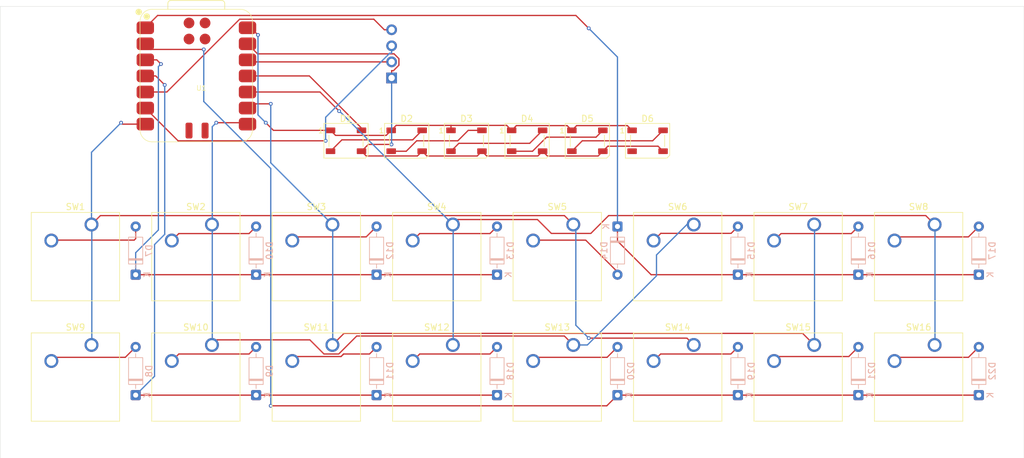
<source format=kicad_pcb>
(kicad_pcb (version 20241229) (generator "pcbnew") (generator_version "9.0")
  (layers (0 "F.Cu" signal) (2 "B.Cu" signal) (13 "F.Paste" user) (15 "B.Paste" user) (5 "F.SilkS" user "F.Silkscreen") (7 "B.SilkS" user "B.Silkscreen") (1 "F.Mask" user) (3 "B.Mask" user) (25 "Edge.Cuts" user))
  (net 0 "")
  (net 1 "VBUS")
  (net 2 "GND")
  (net 3 "LED")
  (net 4 "Net-(D1-DOUT)")
  (net 5 "Net-(D2-DOUT)")
  (net 6 "Net-(D3-DOUT)")
  (net 7 "Net-(D4-DOUT)")
  (net 8 "Net-(D5-DOUT)")
  (net 10 "Net-(D7-A)")
  (net 11 "R2")
  (net 12 "R3")
  (net 13 "Net-(D8-A)")
  (net 14 "Net-(D9-A)")
  (net 15 "Net-(D10-A)")
  (net 16 "Net-(D11-A)")
  (net 17 "Net-(D12-A)")
  (net 18 "Net-(D13-A)")
  (net 19 "R0")
  (net 20 "Net-(D14-A)")
  (net 21 "Net-(D15-A)")
  (net 22 "Net-(D16-A)")
  (net 23 "Net-(D17-A)")
  (net 24 "Net-(D18-A)")
  (net 25 "R1")
  (net 26 "Net-(D19-A)")
  (net 27 "Net-(D20-A)")
  (net 28 "Net-(D21-A)")
  (net 29 "Net-(D22-A)")
  (net 30 "C0")
  (net 31 "C1")
  (net 32 "C2")
  (net 33 "C3")
  (net 34 "3V3")
  (net 35 "SDA")
  (net 36 "SCL")
  (footprint "Keebs4:OLED_128x32" (layer "F.Cu") (at 146.03755 54.81125)
    (property "Reference" "J1" (hide yes))
    (property "Value" "OLED_128x32")
  )
  (footprint "Button_Switch_Keyboard:SW_Cherry_MX_1.00u_PCB" (layer "F.Cu") (at 157.32125 106.83875)
    (property "Reference" "SW12")
    (property "Value" "SW_Push")
  )
  (footprint "Button_Switch_Keyboard:SW_Cherry_MX_1.00u_PCB" (layer "F.Cu") (at 233.52125 87.78875)
    (property "Reference" "SW8")
    (property "Value" "SW_Push")
  )
  (footprint "LED_SMD:LED_WS2812B_PLCC4_5.0x5.0mm_P3.2mm" (layer "F.Cu") (at 188.11875 74.54995)
    (property "Reference" "D6")
    (property "Value" "WS2812B")
  )
  (footprint "Button_Switch_Keyboard:SW_Cherry_MX_1.00u_PCB" (layer "F.Cu") (at 100.17125 106.83875)
    (property "Reference" "SW9")
    (property "Value" "SW_Push")
  )
  (footprint "Button_Switch_Keyboard:SW_Cherry_MX_1.00u_PCB" (layer "F.Cu") (at 157.32125 87.78875)
    (property "Reference" "SW4")
    (property "Value" "SW_Push")
  )
  (footprint "Button_Switch_Keyboard:SW_Cherry_MX_1.00u_PCB" (layer "F.Cu") (at 100.17125 87.78875)
    (property "Reference" "SW1")
    (property "Value" "SW_Push")
  )
  (footprint "Button_Switch_Keyboard:SW_Cherry_MX_1.00u_PCB" (layer "F.Cu") (at 138.27125 87.78875)
    (property "Reference" "SW3")
    (property "Value" "SW_Push")
  )
  (footprint "Button_Switch_Keyboard:SW_Cherry_MX_1.00u_PCB" (layer "F.Cu") (at 119.22125 87.78875)
    (property "Reference" "SW2")
    (property "Value" "SW_Push")
  )
  (footprint "Button_Switch_Keyboard:SW_Cherry_MX_1.00u_PCB" (layer "F.Cu") (at 119.22125 106.83875)
    (property "Reference" "SW10")
    (property "Value" "SW_Push")
  )
  (footprint "LED_SMD:LED_WS2812B_PLCC4_5.0x5.0mm_P3.2mm" (layer "F.Cu") (at 140.42505 74.54995)
    (property "Reference" "D1")
    (property "Value" "WS2812B")
  )
  (footprint "Button_Switch_Keyboard:SW_Cherry_MX_1.00u_PCB" (layer "F.Cu") (at 214.47125 106.83875)
    (property "Reference" "SW15")
    (property "Value" "SW_Push")
  )
  (footprint "Button_Switch_Keyboard:SW_Cherry_MX_1.00u_PCB" (layer "F.Cu") (at 195.42125 87.78875)
    (property "Reference" "SW6")
    (property "Value" "SW_Push")
  )
  (footprint "Button_Switch_Keyboard:SW_Cherry_MX_1.00u_PCB" (layer "F.Cu") (at 138.27125 106.83875)
    (property "Reference" "SW11")
    (property "Value" "SW_Push")
  )
  (footprint "LED_SMD:LED_WS2812B_PLCC4_5.0x5.0mm_P3.2mm" (layer "F.Cu") (at 150.01875 74.54995)
    (property "Reference" "D2")
    (property "Value" "WS2812B")
  )
  (footprint "LED_SMD:LED_WS2812B_PLCC4_5.0x5.0mm_P3.2mm" (layer "F.Cu") (at 159.47505 74.54995)
    (property "Reference" "D3")
    (property "Value" "WS2812B")
  )
  (footprint "Button_Switch_Keyboard:SW_Cherry_MX_1.00u_PCB" (layer "F.Cu") (at 176.37125 87.78875)
    (property "Reference" "SW5")
    (property "Value" "SW_Push")
  )
  (footprint "Button_Switch_Keyboard:SW_Cherry_MX_1.00u_PCB" (layer "F.Cu") (at 176.37125 106.83875)
    (property "Reference" "SW13")
    (property "Value" "SW_Push")
  )
  (footprint "LED_SMD:LED_WS2812B_PLCC4_5.0x5.0mm_P3.2mm" (layer "F.Cu") (at 178.59375 74.54995)
    (property "Reference" "D5")
    (property "Value" "WS2812B")
  )
  (footprint "LED_SMD:LED_WS2812B_PLCC4_5.0x5.0mm_P3.2mm" (layer "F.Cu") (at 169.06875 74.54995)
    (property "Reference" "D4")
    (property "Value" "WS2812B")
  )
  (footprint "Button_Switch_Keyboard:SW_Cherry_MX_1.00u_PCB" (layer "F.Cu") (at 233.52125 106.83875)
    (property "Reference" "SW16")
    (property "Value" "SW_Push")
  )
  (footprint "Button_Switch_Keyboard:SW_Cherry_MX_1.00u_PCB" (layer "F.Cu") (at 195.42125 106.83875)
    (property "Reference" "SW14")
    (property "Value" "SW_Push")
  )
  (footprint "Button_Switch_Keyboard:SW_Cherry_MX_1.00u_PCB" (layer "F.Cu") (at 214.47125 87.78875)
    (property "Reference" "SW7")
    (property "Value" "SW_Push")
  )
  (footprint "Seeed Studio XIAO:XIAO-RP2040-SMD" (layer "F.Cu") (at 116.68125 64.29375)
    (property "Reference" "U1")
    (property "Value" "XIAO-RP2040-DIP")
  )
  (footprint "Diode_THT:D_DO-35_SOD27_P7.62mm_Horizontal" (layer "B.Cu") (at 240.50625 114.77625 90)
    (property "Reference" "D22")
    (property "Value" "1N4148")
  )
  (footprint "Diode_THT:D_DO-35_SOD27_P7.62mm_Horizontal" (layer "B.Cu") (at 126.20625 114.77625 90)
    (property "Reference" "D9")
    (property "Value" "1N4148")
  )
  (footprint "Diode_THT:D_DO-35_SOD27_P7.62mm_Horizontal" (layer "B.Cu") (at 183.35625 114.77625 90)
    (property "Reference" "D20")
    (property "Value" "1N4148")
  )
  (footprint "Diode_THT:D_DO-35_SOD27_P7.62mm_Horizontal" (layer "B.Cu") (at 107.15625 114.77625 90)
    (property "Reference" "D8")
    (property "Value" "1N4148")
  )
  (footprint "Diode_THT:D_DO-35_SOD27_P7.62mm_Horizontal" (layer "B.Cu") (at 240.50625 95.72625 90)
    (property "Reference" "D17")
    (property "Value" "1N4148")
  )
  (footprint "Diode_THT:D_DO-35_SOD27_P7.62mm_Horizontal" (layer "B.Cu") (at 202.40625 95.72625 90)
    (property "Reference" "D15")
    (property "Value" "1N4148")
  )
  (footprint "Diode_THT:D_DO-35_SOD27_P7.62mm_Horizontal" (layer "B.Cu") (at 164.30625 95.72625 90)
    (property "Reference" "D13")
    (property "Value" "1N4148")
  )
  (footprint "Diode_THT:D_DO-35_SOD27_P7.62mm_Horizontal" (layer "B.Cu") (at 145.25625 95.72625 90)
    (property "Reference" "D12")
    (property "Value" "1N4148")
  )
  (footprint "Diode_THT:D_DO-35_SOD27_P7.62mm_Horizontal" (layer "B.Cu") (at 183.35625 88.10625 -90)
    (property "Reference" "D14")
    (property "Value" "1N4148")
  )
  (footprint "Diode_THT:D_DO-35_SOD27_P7.62mm_Horizontal" (layer "B.Cu") (at 202.40625 114.77625 90)
    (property "Reference" "D19")
    (property "Value" "1N4148")
  )
  (footprint "Diode_THT:D_DO-35_SOD27_P7.62mm_Horizontal" (layer "B.Cu") (at 107.15625 95.72625 90)
    (property "Reference" "D7")
    (property "Value" "1N4148")
  )
  (footprint "Diode_THT:D_DO-35_SOD27_P7.62mm_Horizontal" (layer "B.Cu") (at 221.45625 114.77625 90)
    (property "Reference" "D21")
    (property "Value" "1N4148")
  )
  (footprint "Diode_THT:D_DO-35_SOD27_P7.62mm_Horizontal" (layer "B.Cu") (at 126.20625 95.72625 90)
    (property "Reference" "D10")
    (property "Value" "1N4148")
  )
  (footprint "Diode_THT:D_DO-35_SOD27_P7.62mm_Horizontal" (layer "B.Cu") (at 145.25625 114.77625 90)
    (property "Reference" "D11")
    (property "Value" "1N4148")
  )
  (footprint "Diode_THT:D_DO-35_SOD27_P7.62mm_Horizontal" (layer "B.Cu") (at 164.30625 114.77625 90)
    (property "Reference" "D18")
    (property "Value" "1N4148")
  )
  (footprint "Diode_THT:D_DO-35_SOD27_P7.62mm_Horizontal" (layer "B.Cu") (at 221.45625 95.72625 90)
    (property "Reference" "D16")
    (property "Value" "1N4148")
  )
  (gr_rect (start 85.725 53.306) (end 247.65 124.7435) (stroke (width 0.05)) (fill no) (layer "Edge.Cuts"))
  (segment (start 165.83485 72.11605) (end 157.02505 72.11605) (width 0.2) (layer "F.Cu") (net 1))
  (segment (start 167.37075 72.14795) (end 175.39175 72.14795) (width 0.2) (layer "F.Cu") (net 1))
  (segment (start 125.36225 56.67375) (end 126.50145 57.81295) (width 0.2) (layer "F.Cu") (net 1))
  (segment (start 175.39175 72.14795) (end 176.14375 72.89995) (width 0.2) (layer "F.Cu") (net 1))
  (segment (start 185.66875 72.89995) (end 184.91675 72.14795) (width 0.2) (layer "F.Cu") (net 1))
  (segment (start 166.61875 72.89995) (end 167.37075 72.14795) (width 0.2) (layer "F.Cu") (net 1))
  (segment (start 128.94295 72.89995) (end 137.97505 72.89995) (width 0.2) (layer "F.Cu") (net 1))
  (segment (start 148.35265 72.11605) (end 147.56875 72.89995) (width 0.2) (layer "F.Cu") (net 1))
  (segment (start 184.91675 72.14795) (end 176.89575 72.14795) (width 0.2) (layer "F.Cu") (net 1))
  (segment (start 157.02505 72.89995) (end 157.02505 72.11605) (width 0.2) (layer "F.Cu") (net 1))
  (segment (start 127.73075 71.68775) (end 127.89515 71.85215) (width 0.2) (layer "F.Cu") (net 1))
  (segment (start 176.89575 72.14795) (end 176.14375 72.89995) (width 0.2) (layer "F.Cu") (net 1))
  (segment (start 147.56875 72.89995) (end 146.77345 73.69525) (width 0.2) (layer "F.Cu") (net 1))
  (segment (start 157.02505 72.11605) (end 148.35265 72.11605) (width 0.2) (layer "F.Cu") (net 1))
  (segment (start 124.84625 56.67375) (end 125.36225 56.67375) (width 0.2) (layer "F.Cu") (net 1))
  (segment (start 127.89515 71.85215) (end 127.73075 71.68775) (width 0.2) (layer "F.Cu") (net 1))
  (segment (start 166.61875 72.89995) (end 165.83485 72.11605) (width 0.2) (layer "F.Cu") (net 1))
  (segment (start 127.73075 71.68775) (end 128.94295 72.89995) (width 0.2) (layer "F.Cu") (net 1))
  (segment (start 146.77345 73.69525) (end 138.77035 73.69525) (width 0.2) (layer "F.Cu") (net 1))
  (segment (start 138.77035 73.69525) (end 137.97505 72.89995) (width 0.2) (layer "F.Cu") (net 1))
  (via (at 127.73075 71.68775) (size 0.6) (drill 0.3) (layers "F.Cu" "B.Cu") (net 1))
  (via (at 126.50145 57.81295) (size 0.6) (drill 0.3) (layers "F.Cu" "B.Cu") (net 1))
  (segment (start 127.73075 71.68775) (end 126.50145 70.45845) (width 0.2) (layer "B.Cu") (net 1))
  (segment (start 127.89515 71.85215) (end 127.73075 71.68775) (width 0.2) (layer "B.Cu") (net 1))
  (segment (start 127.73075 71.68775) (end 127.89515 71.85215) (width 0.2) (layer "B.Cu") (net 1))
  (segment (start 126.50145 70.45845) (end 126.50145 57.81295) (width 0.2) (layer "B.Cu") (net 1))
  (segment (start 172.27335 76.95455) (end 180.28915 76.95455) (width 0.2) (layer "F.Cu") (net 2))
  (segment (start 148.03015 60.80125) (end 148.78925 61.56035) (width 0.2) (layer "F.Cu") (net 2))
  (segment (start 162.67705 76.95195) (end 161.92505 76.19995) (width 0.2) (layer "F.Cu") (net 2))
  (segment (start 151.71675 76.95195) (end 152.46875 76.19995) (width 0.2) (layer "F.Cu") (net 2))
  (segment (start 143.94765 75.12735) (end 147.60905 75.12735) (width 0.2) (layer "F.Cu") (net 2))
  (segment (start 143.62705 76.95195) (end 151.71675 76.95195) (width 0.2) (layer "F.Cu") (net 2))
  (segment (start 142.87505 76.19995) (end 143.94765 75.12735) (width 0.2) (layer "F.Cu") (net 2))
  (segment (start 153.22245 76.95365) (end 161.17135 76.95365) (width 0.2) (layer "F.Cu") (net 2))
  (segment (start 181.83905 75.40465) (end 181.04375 76.19995) (width 0.2) (layer "F.Cu") (net 2))
  (segment (start 171.51875 76.19995) (end 172.27335 76.95455) (width 0.2) (layer "F.Cu") (net 2))
  (segment (start 126.43375 60.80125) (end 148.03015 60.80125) (width 0.2) (layer "F.Cu") (net 2))
  (segment (start 147.63755 64.61125) (end 147.63755 63.45955) (width 0.2) (layer "F.Cu") (net 2))
  (segment (start 147.92555 63.45955) (end 147.63755 63.45955) (width 0.2) (layer "F.Cu") (net 2))
  (segment (start 148.78925 62.59585) (end 147.92555 63.45955) (width 0.2) (layer "F.Cu") (net 2))
  (segment (start 152.46875 76.19995) (end 153.22245 76.95365) (width 0.2) (layer "F.Cu") (net 2))
  (segment (start 142.87505 76.19995) (end 143.62705 76.95195) (width 0.2) (layer "F.Cu") (net 2))
  (segment (start 124.84625 59.21375) (end 126.43375 60.80125) (width 0.2) (layer "F.Cu") (net 2))
  (segment (start 161.17135 76.95365) (end 161.92505 76.19995) (width 0.2) (layer "F.Cu") (net 2))
  (segment (start 170.76675 76.95195) (end 162.67705 76.95195) (width 0.2) (layer "F.Cu") (net 2))
  (segment (start 180.28915 76.95455) (end 181.04375 76.19995) (width 0.2) (layer "F.Cu") (net 2))
  (segment (start 148.78925 61.56035) (end 148.78925 62.59585) (width 0.2) (layer "F.Cu") (net 2))
  (segment (start 189.77345 75.40465) (end 181.83905 75.40465) (width 0.2) (layer "F.Cu") (net 2))
  (segment (start 171.51875 76.19995) (end 170.76675 76.95195) (width 0.2) (layer "F.Cu") (net 2))
  (segment (start 190.56875 76.19995) (end 189.77345 75.40465) (width 0.2) (layer "F.Cu") (net 2))
  (via (at 147.60905 75.12735) (size 0.6) (drill 0.3) (layers "F.Cu" "B.Cu") (net 2))
  (segment (start 147.63755 75.09885) (end 147.63755 64.61125) (width 0.2) (layer "B.Cu") (net 2))
  (segment (start 147.60905 75.12735) (end 147.63755 75.09885) (width 0.2) (layer "B.Cu") (net 2))
  (segment (start 142.87505 72.89995) (end 142.87505 72.54375) (width 0.2) (layer "F.Cu") (net 3))
  (segment (start 142.87505 72.54375) (end 134.62505 64.29375) (width 0.2) (layer "F.Cu") (net 3))
  (segment (start 134.62505 64.29375) (end 124.84625 64.29375) (width 0.2) (layer "F.Cu") (net 3))
  (segment (start 152.46875 72.89995) (end 150.96355 74.40515) (width 0.2) (layer "F.Cu") (net 4))
  (segment (start 139.76985 74.40515) (end 137.97505 76.19995) (width 0.2) (layer "F.Cu") (net 4))
  (segment (start 150.96355 74.40515) (end 139.76985 74.40515) (width 0.2) (layer "F.Cu") (net 4))
  (segment (start 158.10705 74.54995) (end 159.75705 72.89995) (width 0.2) (layer "F.Cu") (net 5))
  (segment (start 159.75705 72.89995) (end 161.92505 72.89995) (width 0.2) (layer "F.Cu") (net 5))
  (segment (start 149.95165 76.19995) (end 151.60165 74.54995) (width 0.2) (layer "F.Cu") (net 5))
  (segment (start 151.60165 74.54995) (end 158.10705 74.54995) (width 0.2) (layer "F.Cu") (net 5))
  (segment (start 147.56875 76.19995) (end 149.95165 76.19995) (width 0.2) (layer "F.Cu") (net 5))
  (segment (start 158.27485 74.95015) (end 157.02505 76.19995) (width 0.2) (layer "F.Cu") (net 6))
  (segment (start 171.51875 72.89995) (end 169.46855 74.95015) (width 0.2) (layer "F.Cu") (net 6))
  (segment (start 169.46855 74.95015) (end 158.27485 74.95015) (width 0.2) (layer "F.Cu") (net 6))
  (segment (start 179.96555 73.97815) (end 172.14215 73.97815) (width 0.2) (layer "F.Cu") (net 7))
  (segment (start 181.04375 72.89995) (end 179.96555 73.97815) (width 0.2) (layer "F.Cu") (net 7))
  (segment (start 169.92035 76.19995) (end 166.61875 76.19995) (width 0.2) (layer "F.Cu") (net 7))
  (segment (start 172.14215 73.97815) (end 169.92035 76.19995) (width 0.2) (layer "F.Cu") (net 7))
  (segment (start 188.91875 74.54995) (end 190.56875 72.89995) (width 0.2) (layer "F.Cu") (net 8))
  (segment (start 176.14375 76.19995) (end 177.79375 74.54995) (width 0.2) (layer "F.Cu") (net 8))
  (segment (start 177.79375 74.54995) (end 188.91875 74.54995) (width 0.2) (layer "F.Cu") (net 8))
  (segment (start 107.15625 88.10625) (end 107.15625 90.02505) (width 0.2) (layer "F.Cu") (net 10))
  (segment (start 107.15625 90.02505) (end 106.92505 90.25625) (width 0.2) (layer "F.Cu") (net 10))
  (segment (start 93.82125 90.32875) (end 93.89375 90.25625) (width 0.2) (layer "F.Cu") (net 10))
  (segment (start 93.89375 90.25625) (end 106.92505 90.25625) (width 0.2) (layer "F.Cu") (net 10))
  (segment (start 126.20625 95.72625) (end 145.25625 95.72625) (width 0.2) (layer "F.Cu") (net 11))
  (segment (start 108.68125 61.75375) (end 110.49465 61.75375) (width 0.2) (layer "F.Cu") (net 11))
  (segment (start 110.49465 61.75375) (end 111.15395 62.41305) (width 0.2) (layer "F.Cu") (net 11))
  (segment (start 164.30625 95.72625) (end 145.25625 95.72625) (width 0.2) (layer "F.Cu") (net 11))
  (segment (start 107.15625 95.72625) (end 126.20625 95.72625) (width 0.2) (layer "F.Cu") (net 11))
  (via (at 111.15395 62.41305) (size 0.6) (drill 0.3) (layers "F.Cu" "B.Cu") (net 11))
  (segment (start 110.75225 62.81475) (end 110.75225 88.65525) (width 0.2) (layer "B.Cu") (net 11))
  (segment (start 107.15625 92.25125) (end 107.15625 95.72625) (width 0.2) (layer "B.Cu") (net 11))
  (segment (start 110.75225 88.65525) (end 107.15625 92.25125) (width 0.2) (layer "B.Cu") (net 11))
  (segment (start 111.15395 62.41305) (end 110.75225 62.81475) (width 0.2) (layer "B.Cu") (net 11))
  (segment (start 108.68125 64.29375) (end 110.32625 64.29375) (width 0.2) (layer "F.Cu") (net 12))
  (segment (start 164.30625 114.77625) (end 145.25625 114.77625) (width 0.2) (layer "F.Cu") (net 12))
  (segment (start 110.32625 64.29375) (end 111.75025 65.71775) (width 0.2) (layer "F.Cu") (net 12))
  (segment (start 107.15625 114.77625) (end 126.20625 114.77625) (width 0.2) (layer "F.Cu") (net 12))
  (segment (start 145.25625 114.77625) (end 126.20625 114.77625) (width 0.2) (layer "F.Cu") (net 12))
  (via (at 111.75025 65.71775) (size 0.6) (drill 0.3) (layers "F.Cu" "B.Cu") (net 12))
  (segment (start 111.75025 89.34785) (end 110.14105 90.95705) (width 0.2) (layer "B.Cu") (net 12))
  (segment (start 111.75025 65.71775) (end 111.75025 89.34785) (width 0.2) (layer "B.Cu") (net 12))
  (segment (start 110.14105 111.79145) (end 107.15625 114.77625) (width 0.2) (layer "B.Cu") (net 12))
  (segment (start 110.14105 90.95705) (end 110.14105 111.79145) (width 0.2) (layer "B.Cu") (net 12))
  (segment (start 93.82125 109.37875) (end 94.40125 108.79875) (width 0.2) (layer "F.Cu") (net 13))
  (segment (start 94.40125 108.79875) (end 105.51375 108.79875) (width 0.2) (layer "F.Cu") (net 13))
  (segment (start 105.51375 108.79875) (end 107.15625 107.15625) (width 0.2) (layer "F.Cu") (net 13))
  (segment (start 113.97955 108.27045) (end 112.87125 109.37875) (width 0.2) (layer "F.Cu") (net 14))
  (segment (start 125.09205 108.27045) (end 113.97955 108.27045) (width 0.2) (layer "F.Cu") (net 14))
  (segment (start 126.20625 107.15625) (end 125.09205 108.27045) (width 0.2) (layer "F.Cu") (net 14))
  (segment (start 113.97955 89.22045) (end 112.87125 90.32875) (width 0.2) (layer "F.Cu") (net 15))
  (segment (start 125.09205 89.22045) (end 113.97955 89.22045) (width 0.2) (layer "F.Cu") (net 15))
  (segment (start 126.20625 88.10625) (end 125.09205 89.22045) (width 0.2) (layer "F.Cu") (net 15))
  (segment (start 139.87315 108.43675) (end 140.03945 108.27045) (width 0.2) (layer "F.Cu") (net 16))
  (segment (start 131.92125 109.37875) (end 132.62785 108.67215) (width 0.2) (layer "F.Cu") (net 16))
  (segment (start 139.87315 108.43675) (end 140.03945 108.27045) (width 0.2) (layer "F.Cu") (net 16))
  (segment (start 139.63775 108.67215) (end 139.87315 108.43675) (width 0.2) (layer "F.Cu") (net 16))
  (segment (start 132.62785 108.67215) (end 139.63775 108.67215) (width 0.2) (layer "F.Cu") (net 16))
  (segment (start 140.03945 108.27045) (end 144.14205 108.27045) (width 0.2) (layer "F.Cu") (net 16))
  (segment (start 144.14205 108.27045) (end 145.25625 107.15625) (width 0.2) (layer "F.Cu") (net 16))
  (segment (start 131.92125 90.32875) (end 132.50125 89.74875) (width 0.2) (layer "F.Cu") (net 17))
  (segment (start 143.61375 89.74875) (end 145.25625 88.10625) (width 0.2) (layer "F.Cu") (net 17))
  (segment (start 132.50125 89.74875) (end 143.61375 89.74875) (width 0.2) (layer "F.Cu") (net 17))
  (segment (start 152.07955 89.22045) (end 150.97125 90.32875) (width 0.2) (layer "F.Cu") (net 18))
  (segment (start 164.30625 88.10625) (end 163.19205 89.22045) (width 0.2) (layer "F.Cu") (net 18))
  (segment (start 163.19205 89.22045) (end 152.07955 89.22045) (width 0.2) (layer "F.Cu") (net 18))
  (segment (start 222.22855 95.72625) (end 202.40625 95.72625) (width 0.2) (layer "F.Cu") (net 19))
  (segment (start 110.62765 54.72735) (end 108.68125 56.67375) (width 0.2) (layer "F.Cu") (net 19))
  (segment (start 183.35625 90.40865) (end 183.35625 88.10625) (width 0.2) (layer "F.Cu") (net 19))
  (segment (start 202.40625 95.72625) (end 188.67385 95.72625) (width 0.2) (layer "F.Cu") (net 19))
  (segment (start 240.50625 95.72625) (end 222.22855 95.72625) (width 0.2) (layer "F.Cu") (net 19))
  (segment (start 222.22855 95.72625) (end 221.45625 95.72625) (width 0.2) (layer "F.Cu") (net 19))
  (segment (start 188.67385 95.72625) (end 183.35625 90.40865) (width 0.2) (layer "F.Cu") (net 19))
  (segment (start 176.77605 54.72735) (end 110.62765 54.72735) (width 0.2) (layer "F.Cu") (net 19))
  (segment (start 178.81145 56.76275) (end 176.77605 54.72735) (width 0.2) (layer "F.Cu") (net 19))
  (via (at 178.81145 56.76275) (size 0.6) (drill 0.3) (layers "F.Cu" "B.Cu") (net 19))
  (segment (start 183.35625 61.30755) (end 183.35625 88.10625) (width 0.2) (layer "B.Cu") (net 19))
  (segment (start 178.81145 56.76275) (end 183.35625 61.30755) (width 0.2) (layer "B.Cu") (net 19))
  (segment (start 178.32985 90.25945) (end 170.09055 90.25945) (width 0.2) (layer "F.Cu") (net 20))
  (segment (start 183.35625 95.72625) (end 183.35625 95.28585) (width 0.2) (layer "F.Cu") (net 20))
  (segment (start 170.09055 90.25945) (end 170.02125 90.32875) (width 0.2) (layer "F.Cu") (net 20))
  (segment (start 183.35625 95.28585) (end 178.32985 90.25945) (width 0.2) (layer "F.Cu") (net 20))
  (segment (start 201.32205 89.19045) (end 202.40625 88.10625) (width 0.2) (layer "F.Cu") (net 21))
  (segment (start 189.07125 90.32875) (end 190.20955 89.19045) (width 0.2) (layer "F.Cu") (net 21))
  (segment (start 190.20955 89.19045) (end 201.32205 89.19045) (width 0.2) (layer "F.Cu") (net 21))
  (segment (start 209.22955 89.22045) (end 208.12125 90.32875) (width 0.2) (layer "F.Cu") (net 22))
  (segment (start 221.45625 88.10625) (end 220.34205 89.22045) (width 0.2) (layer "F.Cu") (net 22))
  (segment (start 220.34205 89.22045) (end 209.22955 89.22045) (width 0.2) (layer "F.Cu") (net 22))
  (segment (start 227.75125 89.74875) (end 238.86375 89.74875) (width 0.2) (layer "F.Cu") (net 23))
  (segment (start 238.86375 89.74875) (end 240.50625 88.10625) (width 0.2) (layer "F.Cu") (net 23))
  (segment (start 227.17125 90.32875) (end 227.75125 89.74875) (width 0.2) (layer "F.Cu") (net 23))
  (segment (start 152.07955 108.27045) (end 150.97125 109.37875) (width 0.2) (layer "F.Cu") (net 24))
  (segment (start 163.19205 108.27045) (end 152.07955 108.27045) (width 0.2) (layer "F.Cu") (net 24))
  (segment (start 164.30625 107.15625) (end 163.19205 108.27045) (width 0.2) (layer "F.Cu") (net 24))
  (segment (start 117.92565 60.10305) (end 109.57055 60.10305) (width 0.2) (layer "F.Cu") (net 25))
  (segment (start 221.45625 114.77625) (end 202.40625 114.77625) (width 0.2) (layer "F.Cu") (net 25))
  (segment (start 109.57055 60.10305) (end 108.68125 59.21375) (width 0.2) (layer "F.Cu") (net 25))
  (segment (start 240.50625 114.77625) (end 221.45625 114.77625) (width 0.2) (layer "F.Cu") (net 25))
  (segment (start 181.66975 116.46275) (end 128.52035 116.46275) (width 0.2) (layer "F.Cu") (net 25))
  (segment (start 202.40625 114.77625) (end 183.35625 114.77625) (width 0.2) (layer "F.Cu") (net 25))
  (segment (start 183.35625 114.77625) (end 181.66975 116.46275) (width 0.2) (layer "F.Cu") (net 25))
  (via (at 128.52035 116.46275) (size 0.6) (drill 0.3) (layers "F.Cu" "B.Cu") (net 25))
  (via (at 117.92565 60.10305) (size 0.6) (drill 0.3) (layers "F.Cu" "B.Cu") (net 25))
  (segment (start 117.92565 68.33595) (end 117.92565 60.10305) (width 0.2) (layer "B.Cu") (net 25))
  (segment (start 128.52035 78.93065) (end 117.92565 68.33595) (width 0.2) (layer "B.Cu") (net 25))
  (segment (start 128.52035 116.46275) (end 128.52035 78.93065) (width 0.2) (layer "B.Cu") (net 25))
  (segment (start 190.17955 108.27045) (end 189.07125 109.37875) (width 0.2) (layer "F.Cu") (net 26))
  (segment (start 201.29205 108.27045) (end 190.17955 108.27045) (width 0.2) (layer "F.Cu") (net 26))
  (segment (start 202.40625 107.15625) (end 201.29205 108.27045) (width 0.2) (layer "F.Cu") (net 26))
  (segment (start 170.60125 108.79875) (end 181.71375 108.79875) (width 0.2) (layer "F.Cu") (net 27))
  (segment (start 181.71375 108.79875) (end 183.35625 107.15625) (width 0.2) (layer "F.Cu") (net 27))
  (segment (start 170.02125 109.37875) (end 170.60125 108.79875) (width 0.2) (layer "F.Cu") (net 27))
  (segment (start 208.12125 109.37875) (end 208.82785 108.67215) (width 0.2) (layer "F.Cu") (net 28))
  (segment (start 219.94035 108.67215) (end 221.45625 107.15625) (width 0.2) (layer "F.Cu") (net 28))
  (segment (start 208.82785 108.67215) (end 219.94035 108.67215) (width 0.2) (layer "F.Cu") (net 28))
  (segment (start 238.86375 108.79875) (end 240.50625 107.15625) (width 0.2) (layer "F.Cu") (net 29))
  (segment (start 227.17125 109.37875) (end 227.75125 108.79875) (width 0.2) (layer "F.Cu") (net 29))
  (segment (start 227.75125 108.79875) (end 238.86375 108.79875) (width 0.2) (layer "F.Cu") (net 29))
  (segment (start 178.81145 105.75865) (end 194.34115 105.75865) (width 0.2) (layer "F.Cu") (net 30))
  (segment (start 194.34115 105.75865) (end 195.42125 106.83875) (width 0.2) (layer "F.Cu") (net 30))
  (segment (start 174.96245 86.37995) (end 101.58005 86.37995) (width 0.2) (layer "F.Cu") (net 30))
  (segment (start 108.68125 71.91375) (end 105.07995 71.91375) (width 0.2) (layer "F.Cu") (net 30))
  (segment (start 105.07995 71.91375) (end 104.85395 71.68775) (width 0.2) (layer "F.Cu") (net 30))
  (segment (start 101.58005 86.37995) (end 100.17125 87.78875) (width 0.2) (layer "F.Cu") (net 30))
  (segment (start 176.37125 87.78875) (end 174.96245 86.37995) (width 0.2) (layer "F.Cu") (net 30))
  (via (at 178.81145 105.75865) (size 0.6) (drill 0.3) (layers "F.Cu" "B.Cu") (net 30))
  (via (at 104.85395 71.68775) (size 0.6) (drill 0.3) (layers "F.Cu" "B.Cu") (net 30))
  (segment (start 176.37125 87.78875) (end 176.77145 88.18895) (width 0.2) (layer "B.Cu") (net 30))
  (segment (start 100.17125 87.78875) (end 100.22205 87.83955) (width 0.2) (layer "B.Cu") (net 30))
  (segment (start 100.22205 106.78795) (end 100.17125 106.83875) (width 0.2) (layer "B.Cu") (net 30))
  (segment (start 100.22205 87.83955) (end 100.22205 106.78795) (width 0.2) (layer "B.Cu") (net 30))
  (segment (start 104.85395 71.68775) (end 100.17125 76.37045) (width 0.2) (layer "B.Cu") (net 30))
  (segment (start 100.17125 76.37045) (end 100.17125 87.78875) (width 0.2) (layer "B.Cu") (net 30))
  (segment (start 176.77145 88.18895) (end 176.77145 103.71865) (width 0.2) (layer "B.Cu") (net 30))
  (segment (start 176.77145 103.71865) (end 178.81145 105.75865) (width 0.2) (layer "B.Cu") (net 30))
  (segment (start 142.12085 105.42085) (end 174.95335 105.42085) (width 0.2) (layer "F.Cu") (net 31))
  (segment (start 120.02495 106.03505) (end 134.70445 106.03505) (width 0.2) (layer "F.Cu") (net 31))
  (segment (start 139.27125 108.27045) (end 142.12085 105.42085) (width 0.2) (layer "F.Cu") (net 31))
  (segment (start 119.90445 71.68775) (end 124.62025 71.68775) (width 0.2) (layer "F.Cu") (net 31))
  (segment (start 134.70445 106.03505) (end 136.93985 108.27045) (width 0.2) (layer "F.Cu") (net 31))
  (segment (start 124.62025 71.68775) (end 124.84625 71.91375) (width 0.2) (layer "F.Cu") (net 31))
  (segment (start 136.93985 108.27045) (end 139.27125 108.27045) (width 0.2) (layer "F.Cu") (net 31))
  (segment (start 174.95335 105.42085) (end 176.37125 106.83875) (width 0.2) (layer "F.Cu") (net 31))
  (segment (start 119.22125 106.83875) (end 120.02495 106.03505) (width 0.2) (layer "F.Cu") (net 31))
  (via (at 119.90445 71.68775) (size 0.6) (drill 0.3) (layers "F.Cu" "B.Cu") (net 31))
  (segment (start 119.22125 106.83875) (end 119.27205 106.78795) (width 0.2) (layer "B.Cu") (net 31))
  (segment (start 119.27205 87.83955) (end 119.22125 87.78875) (width 0.2) (layer "B.Cu") (net 31))
  (segment (start 119.27205 106.78795) (end 119.27205 88.48415) (width 0.2) (layer "B.Cu") (net 31))
  (segment (start 119.27205 72.32015) (end 119.90445 71.68775) (width 0.2) (layer "B.Cu") (net 31))
  (segment (start 178.60135 106.83875) (end 176.37125 106.83875) (width 0.2) (layer "B.Cu") (net 31))
  (segment (start 189.52815 92.60605) (end 189.52815 95.91195) (width 0.2) (layer "B.Cu") (net 31))
  (segment (start 194.34545 87.78875) (end 189.52815 92.60605) (width 0.2) (layer "B.Cu") (net 31))
  (segment (start 189.52815 95.91195) (end 178.60135 106.83875) (width 0.2) (layer "B.Cu") (net 31))
  (segment (start 119.27205 88.48415) (end 119.27205 87.83955) (width 0.2) (layer "B.Cu") (net 31))
  (segment (start 195.42125 87.78875) (end 194.34545 87.78875) (width 0.2) (layer "B.Cu") (net 31))
  (segment (start 119.27205 88.48415) (end 119.27205 72.32015) (width 0.2) (layer "B.Cu") (net 31))
  (segment (start 212.64595 105.01345) (end 140.09655 105.01345) (width 0.2) (layer "F.Cu") (net 32))
  (segment (start 128.52035 68.70275) (end 125.51725 68.70275) (width 0.2) (layer "F.Cu") (net 32))
  (segment (start 214.47125 106.83875) (end 212.64595 105.01345) (width 0.2) (layer "F.Cu") (net 32))
  (segment (start 125.51725 68.70275) (end 124.84625 69.37375) (width 0.2) (layer "F.Cu") (net 32))
  (segment (start 140.09655 105.01345) (end 138.27125 106.83875) (width 0.2) (layer "F.Cu") (net 32))
  (via (at 128.52035 68.70275) (size 0.6) (drill 0.3) (layers "F.Cu" "B.Cu") (net 32))
  (segment (start 214.47125 106.83875) (end 214.52205 106.78795) (width 0.2) (layer "B.Cu") (net 32))
  (segment (start 138.27125 106.83875) (end 138.32205 106.78795) (width 0.2) (layer "B.Cu") (net 32))
  (segment (start 138.32205 106.78795) (end 138.32205 87.83955) (width 0.2) (layer "B.Cu") (net 32))
  (segment (start 138.32205 87.83955) (end 138.27125 87.78875) (width 0.2) (layer "B.Cu") (net 32))
  (segment (start 214.52205 87.83955) (end 214.47125 87.78875) (width 0.2) (layer "B.Cu") (net 32))
  (segment (start 138.27125 87.78875) (end 128.52035 78.03785) (width 0.2) (layer "B.Cu") (net 32))
  (segment (start 214.52205 106.78795) (end 214.52205 87.83955) (width 0.2) (layer "B.Cu") (net 32))
  (segment (start 128.52035 78.03785) (end 128.52035 68.70275) (width 0.2) (layer "B.Cu") (net 32))
  (segment (start 157.32125 87.78875) (end 158.10595 87.00405) (width 0.2) (layer "F.Cu") (net 33))
  (segment (start 139.33975 69.85935) (end 139.19015 69.70975) (width 0.2) (layer "F.Cu") (net 33))
  (segment (start 170.70205 87.00405) (end 172.89945 89.20145) (width 0.2) (layer "F.Cu") (net 33))
  (segment (start 139.33975 69.85935) (end 136.31415 66.83375) (width 0.2) (layer "F.Cu") (net 33))
  (segment (start 232.10815 86.37565) (end 233.52125 87.78875) (width 0.2) (layer "F.Cu") (net 33))
  (segment (start 172.89945 89.20145) (end 179.13955 89.20145) (width 0.2) (layer "F.Cu") (net 33))
  (segment (start 181.96535 86.37565) (end 232.10815 86.37565) (width 0.2) (layer "F.Cu") (net 33))
  (segment (start 139.19015 69.70975) (end 139.33975 69.85935) (width 0.2) (layer "F.Cu") (net 33))
  (segment (start 179.13955 89.20145) (end 181.96535 86.37565) (width 0.2) (layer "F.Cu") (net 33))
  (segment (start 136.31415 66.83375) (end 124.84625 66.83375) (width 0.2) (layer "F.Cu") (net 33))
  (segment (start 158.10595 87.00405) (end 170.70205 87.00405) (width 0.2) (layer "F.Cu") (net 33))
  (via (at 139.33975 69.85935) (size 0.6) (drill 0.3) (layers "F.Cu" "B.Cu") (net 33))
  (segment (start 157.37205 87.83955) (end 157.37205 106.78795) (width 0.2) (layer "B.Cu") (net 33))
  (segment (start 139.33975 69.85935) (end 139.19015 69.70975) (width 0.2) (layer "B.Cu") (net 33))
  (segment (start 139.19015 69.70975) (end 139.33975 69.85935) (width 0.2) (layer "B.Cu") (net 33))
  (segment (start 233.57205 106.78795) (end 233.52125 106.83875) (width 0.2) (layer "B.Cu") (net 33))
  (segment (start 157.37205 106.78795) (end 157.32125 106.83875) (width 0.2) (layer "B.Cu") (net 33))
  (segment (start 139.39185 69.85935) (end 139.33975 69.85935) (width 0.2) (layer "B.Cu") (net 33))
  (segment (start 157.32125 87.78875) (end 139.39185 69.85935) (width 0.2) (layer "B.Cu") (net 33))
  (segment (start 233.57205 87.83955) (end 233.57205 106.78795) (width 0.2) (layer "B.Cu") (net 33))
  (segment (start 233.52125 87.78875) (end 233.57205 87.83955) (width 0.2) (layer "B.Cu") (net 33))
  (segment (start 157.32125 87.78875) (end 157.37205 87.83955) (width 0.2) (layer "B.Cu") (net 33))
  (segment (start 125.16375 62.07125) (end 124.84625 61.75375) (width 0.2) (layer "F.Cu") (net 34))
  (segment (start 147.63755 62.07125) (end 125.16375 62.07125) (width 0.2) (layer "F.Cu") (net 34))
  (segment (start 112.08555 66.83375) (end 123.59675 55.32255) (width 0.2) (layer "F.Cu") (net 35))
  (segment (start 123.59675 55.32255) (end 144.81715 55.32255) (width 0.2) (layer "F.Cu") (net 35))
  (segment (start 144.81715 55.32255) (end 146.48585 56.99125) (width 0.2) (layer "F.Cu") (net 35))
  (segment (start 108.68125 66.83375) (end 112.08555 66.83375) (width 0.2) (layer "F.Cu") (net 35))
  (segment (start 147.63755 56.99125) (end 146.48585 56.99125) (width 0.2) (layer "F.Cu") (net 35))
  (segment (start 137.19665 74.54995) (end 113.85745 74.54995) (width 0.2) (layer "F.Cu") (net 36))
  (segment (start 113.85745 74.54995) (end 108.68125 69.37375) (width 0.2) (layer "F.Cu") (net 36))
  (via (at 137.19665 74.54995) (size 0.6) (drill 0.3) (layers "F.Cu" "B.Cu") (net 36))
  (segment (start 137.19665 70.83595) (end 137.19665 74.54995) (width 0.2) (layer "B.Cu") (net 36))
  (segment (start 147.63755 60.68295) (end 147.34965 60.68295) (width 0.2) (layer "B.Cu") (net 36))
  (segment (start 147.63755 59.53125) (end 147.63755 60.68295) (width 0.2) (layer "B.Cu") (net 36))
  (segment (start 147.34965 60.68295) (end 137.19665 70.83595) (width 0.2) (layer "B.Cu") (net 36))
)
</source>
